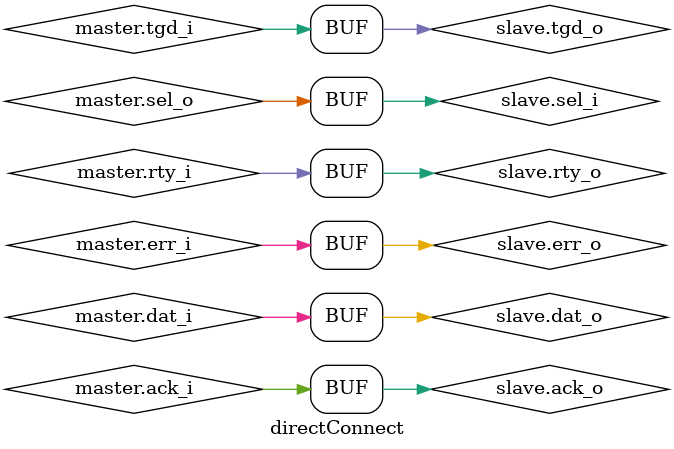
<source format=sv>
module directConnect(
	wishboneMaster.intercon	master,
	wishboneSlave.intercon	slave
);

assign master.dat_i = slave.dat_o;
assign master.tgd_i = slave.tgd_o;
assign master.ack_i = slave.ack_o;
assign master.err_i = slave.err_o;
assign master.rty_i = slave.rty_o;
assign slave.dat_i = master.dat_o;
assign slave.tgd_i = master.tgd_o;
assign slave.cyc_i = master.cyc_o;
assign slave.tgc_i = master.tgc_o;
assign slave.adr_i = master.adr_o;
assign slave.we_i = master.we_o;
assign slave.stb_i = master.stb_o;
assign slave.sel_i = master.sel_o;

endmodule

</source>
